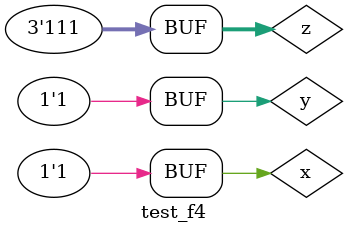
<source format=v>
module BOX1 (output s, input f1, input f2, input f3, input f4,
            input f5, input f6, input f7, input f8, input [2:0] c); 
wire p1, p2, p3, p4, p5, p6, p7, p8, notC, notC1, notC2;

not NOT1 (notC,c[0]);
not NOT2 (notC1,c[1]);
not NOT3 (notC2,c[2]);
and AND1 (p1,f1,notC,notC1,notC2);
and AND2 (p2,f2,notC,notC1,c[2]);
and AND3 (p3,f3,notC,c[1],notC2);
and AND4 (p4,f4,notC,c[1],c[2]);
and AND5 (p5,f5,c[0],notC1,notC2);
and AND6 (p6,f6,c[0],notC1,c[2]);
and AND7 (p7,f7,c[0],c[1],notC2);
and AND8 (p8,f8,c[0],c[1],c[2]);
or OR1 (s,p1,p2,p3,p4,p5,p6,p7,p8);

endmodule // BOX1

module BOX2 (output s1,input a, input b,
             input [2:0] chave);
wire w, w1, w2, w3, w4, w5, w6, w7;
				 				
not NOT1 (w,b);
not NOT2 (w1,a);
and AND1 (w2,a,b);
or OR1 (w3,a,b);
nand NAND1 (w4,a,b);
nor NOR1 (w5,a,b);
xor XOR1 (w6,a,b);
xnor XNOR1 (w7,a,b);
BOX1 modulo (s1,w,w1,w2,w3,w4,w5,w6,w7,chave);

endmodule // BOX2

module test_f4;
// ------------------------- definir dados
reg x, y;
reg [2:0]z;  
wire p;

BOX2 modulo (p, x, y, z); 
// ------------------------- parte principal
initial begin  
$display("Exemplo0035 - Lucas Cardoso - 441694");
$display("Test LU's module");
x = 'b0; y = 'b0; z = 3'b000;

// projetar testes do modulo 
#1 $display("\na b chave  s"); 
#1 $monitor("%b %b  %3b   %b",x,y,z,p); 

#1 x = 'b0; y = 'b1; z = 3'b000;
#1 x = 'b1; y = 'b0; z = 3'b000;
#1 x = 'b1; y = 'b1; z = 3'b000;

#1 x = 'b0; y = 'b0; z = 3'b001;
#1 x = 'b0; y = 'b1; z = 3'b001;
#1 x = 'b1; y = 'b0; z = 3'b001;
#1 x = 'b1; y = 'b1; z = 3'b001;

#1 x = 'b0; y = 'b0; z = 3'b010;
#1 x = 'b0; y = 'b1; z = 3'b010;
#1 x = 'b1; y = 'b0; z = 3'b010;
#1 x = 'b1; y = 'b1; z = 3'b010;

#1 x = 'b0; y = 'b0; z = 3'b011;
#1 x = 'b0; y = 'b1; z = 3'b011;
#1 x = 'b1; y = 'b0; z = 3'b011;
#1 x = 'b1; y = 'b1; z = 3'b011;

#1 x = 'b0; y = 'b0; z = 3'b100;
#1 x = 'b0; y = 'b1; z = 3'b100;
#1 x = 'b1; y = 'b0; z = 3'b100;
#1 x = 'b1; y = 'b1; z = 3'b100;

#1 x = 'b0; y = 'b0; z = 3'b101;
#1 x = 'b0; y = 'b1; z = 3'b101;
#1 x = 'b1; y = 'b0; z = 3'b101;
#1 x = 'b1; y = 'b1; z = 3'b101;

#1 x = 'b0; y = 'b0; z = 3'b110;
#1 x = 'b0; y = 'b1; z = 3'b110;
#1 x = 'b1; y = 'b0; z = 3'b110;
#1 x = 'b1; y = 'b1; z = 3'b110;

#1 x = 'b0; y = 'b0; z = 3'b111;
#1 x = 'b0; y = 'b1; z = 3'b111;
#1 x = 'b1; y = 'b0; z = 3'b111;
#1 x = 'b1; y = 'b1; z = 3'b111;

end 
endmodule
</source>
